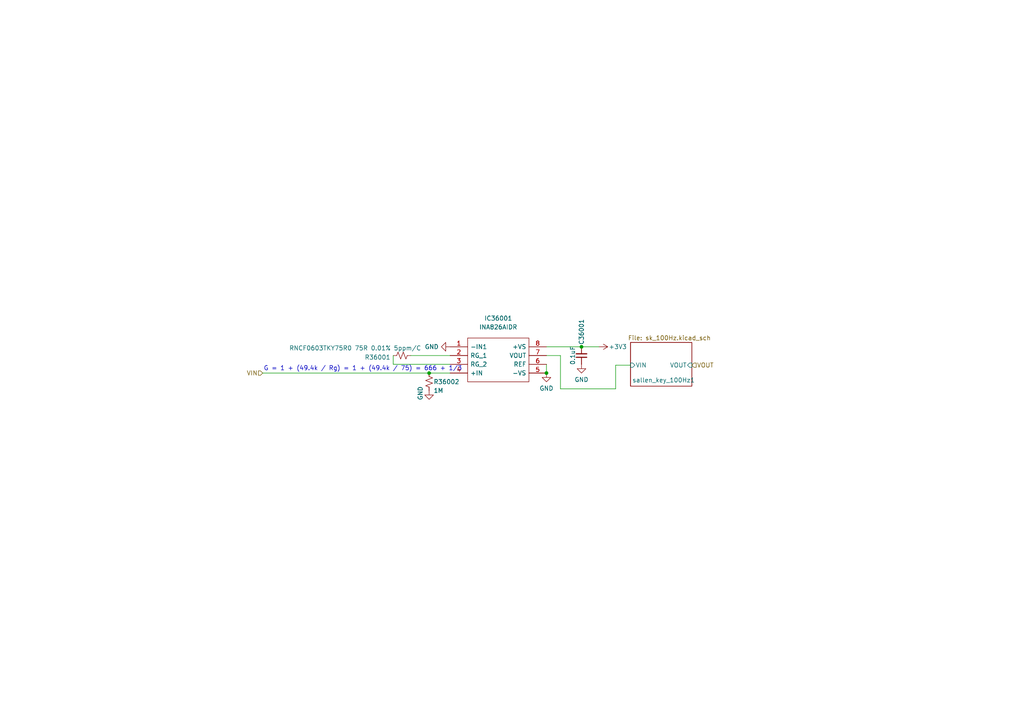
<source format=kicad_sch>
(kicad_sch (version 20231120) (generator "eeschema") (generator_version "8.0")
  (paper "A4")
  (lib_symbols
    (symbol "Device:C_Small" (pin_numbers hide) (pin_names (offset 0.254) hide)
      (property "Reference" "C" (at 0.254 1.778 0))
      (property "Value" "C_Small" (at 0.254 -2.032 0))
      (symbol "C_Small_0_1"
        (polyline (pts (xy -1.524 -0.508) (xy 1.524 -0.508)) (stroke (width 0.3302)))
        (polyline (pts (xy -1.524 0.508) (xy 1.524 0.508)) (stroke (width 0.3048)))
      )
      (symbol "C_Small_1_1"
        (pin passive line (at 0 2.54 270) (length 2.032) (name "~") (number "1"))
        (pin passive line (at 0 -2.54 90) (length 2.032) (name "~") (number "2"))
      )
    )
    (symbol "Device:R_Small_US" (pin_numbers hide) (pin_names (offset 0.254) hide)
      (property "Reference" "R" (at 0.762 0.508 0))
      (property "Value" "R_Small_US" (at 0.762 -1.016 0))
      (symbol "R_Small_US_1_1"
        (polyline (pts (xy 0 0) (xy 1.016 -0.381) (xy 0 -0.762) (xy -1.016 -1.143) (xy 0 -1.524)))
        (polyline (pts (xy 0 1.524) (xy 1.016 1.143) (xy 0 0.762) (xy -1.016 0.381) (xy 0 0)))
        (pin passive line (at 0 2.54 270) (length 1.016) (name "~") (number "1"))
        (pin passive line (at 0 -2.54 90) (length 1.016) (name "~") (number "2"))
      )
    )
    (symbol "aaa:INA826AIDR" (pin_names (offset 0.762))
      (property "Reference" "IC" (at 24.13 7.62 0))
      (property "Value" "INA826AIDR" (at 24.13 5.08 0))
      (symbol "INA826AIDR_0_0"
        (pin passive line (at 0 0 0) (length 5.08) (name "-IN1") (number "1"))
        (pin passive line (at 0 -2.54 0) (length 5.08) (name "RG_1") (number "2"))
        (pin passive line (at 0 -5.08 0) (length 5.08) (name "RG_2") (number "3"))
        (pin passive line (at 0 -7.62 0) (length 5.08) (name "+IN") (number "4"))
        (pin passive line (at 27.94 -7.62 180) (length 5.08) (name "-VS") (number "5"))
        (pin passive line (at 27.94 -5.08 180) (length 5.08) (name "REF") (number "6"))
        (pin passive line (at 27.94 -2.54 180) (length 5.08) (name "VOUT") (number "7"))
        (pin passive line (at 27.94 0 180) (length 5.08) (name "+VS") (number "8"))
      )
      (symbol "INA826AIDR_0_1"
        (polyline (pts (xy 5.08 2.54) (xy 22.86 2.54) (xy 22.86 -10.16) (xy 5.08 -10.16) (xy 5.08 2.54)) (stroke (width 0.1524)))
      )
    )
    (symbol "power:+3V3" (power) (pin_numbers hide) (pin_names (offset 0) hide)
      (property "Value" "+3V3" (at 0 3.556 0))
      (symbol "+3V3_0_1"
        (polyline (pts (xy -0.762 1.27) (xy 0 2.54)))
        (polyline (pts (xy 0 0) (xy 0 2.54)))
        (polyline (pts (xy 0 2.54) (xy 0.762 1.27)))
      )
      (symbol "+3V3_1_1"
        (pin power_in line (at 0 0 90) (length 0) (name "~") (number "1"))
      )
    )
    (symbol "power:GND" (power) (pin_names (offset 0))
      (property "Value" "GND" (at 0 -3.81 0))
      (symbol "GND_0_1"
        (polyline (pts (xy 0 0) (xy 0 -1.27) (xy 1.27 -1.27) (xy 0 -2.54) (xy -1.27 -1.27) (xy 0 -1.27)))
      )
      (symbol "GND_1_1"
        (pin power_in line (at 0 0 270) (length 0) hide (name "GND") (number "1"))
      )
    )
  )
  (junction (at 124.46 108.204))
  (junction (at 168.656 100.584))
  (junction (at 158.496 108.204))
  (wire (pts (xy 158.496 105.664) (xy 158.496 108.204)))
  (wire (pts (xy 158.496 100.584) (xy 168.656 100.584)))
  (wire (pts (xy 168.656 100.584) (xy 173.736 100.584)))
  (wire (pts (xy 124.46 108.204) (xy 130.556 108.204)))
  (wire (pts (xy 114.046 105.664) (xy 130.556 105.664)))
  (wire (pts (xy 114.046 103.124) (xy 114.046 105.664)))
  (wire (pts (xy 178.562 105.918) (xy 178.562 112.776)))
  (wire (pts (xy 162.56 103.124) (xy 158.496 103.124)))
  (wire (pts (xy 182.88 105.918) (xy 178.562 105.918)))
  (wire (pts (xy 162.56 112.776) (xy 162.56 103.124)))
  (wire (pts (xy 162.56 112.776) (xy 178.562 112.776)))
  (wire (pts (xy 119.126 103.124) (xy 130.556 103.124)))
  (wire (pts (xy 124.46 108.204) (xy 76.2 108.204)))
  (text "G = 1 + (49.4k / Rg) = 1 + (49.4k / 75) = 666 + 1/3" (at 76.454 107.696 0) (effects (font (size 1.27 1.27)) (justify left bottom)))
  (hierarchical_label "VOUT" (shape input) (at 200.66 105.918 0))
  (hierarchical_label "VIN" (shape input) (at 76.2 108.204 180))
  (symbol (lib_id "power:GND") (at 158.496 108.204 0) (unit 1)
    (property "Reference" "#PWR209" (effects (hide yes)))
    (property "Value" "GND" (at 158.496 112.649 0))
    (instances (project "analog_i" (path "" (reference "#PWR209") (unit 1))) (project "analog_frontend_panel" (path "" (reference "#PWR32010") (unit 1))))
  )
  (symbol (lib_id "aaa:INA826AIDR") (at 130.556 100.584 0) (unit 1)
    (property "Reference" "IC36001" (at 144.526 92.329 0))
    (property "Value" "INA826AIDR" (at 144.526 94.869 0))
    (property "Footprint" "aaa:SOIC127P600X175-8N" (effects (hide yes)))
    (property "Datasheet" "http://www.ti.com/lit/gpn/ina826" (effects (hide yes)))
    (property "Description" "Precision, 200-uA Supply Current, 36-V Supply Instrumentation Amplifier" (effects (hide yes)))
    (property "Height" "1.75" (effects (hide yes)))
    (property "Manufacturer_Name" "Texas Instruments" (effects (hide yes)))
    (property "Manufacturer_Part_Number" "INA826AIDR" (effects (hide yes)))
    (property "Mouser Part Number" "595-INA826AIDR" (effects (hide yes)))
    (property "Mouser Price/Stock" "https://www.mouser.co.uk/ProductDetail/Texas-Instruments/INA826AIDR?qs=RqytGdBYyUFuQNJtlkA6aQ%3D%3D" (effects (hide yes)))
    (property "Arrow Part Number" "INA826AIDR" (effects (hide yes)))
    (property "Arrow Price/Stock" "https://www.arrow.com/en/products/ina826aidr/texas-instruments?region=nac" (effects (hide yes)))
    (property "LCSC" "C38433" (effects (hide yes)))
    (instances (project "analog_i" (path "" (reference "IC36001") (unit 1))) (project "analog_frontend_panel" (path "" (reference "IC32002") (unit 1))))
  )
  (symbol (lib_id "power:+3V3") (at 173.736 100.584 270) (unit 1)
    (property "Reference" "#PWR212" (effects (hide yes)))
    (property "Value" "+3V3" (at 176.53 100.584 90) (effects (justify left)))
    (property "Description" "Power symbol creates a global label with name \"+3V3\"" (effects (hide yes)))
    (instances (project "analog_i" (path "" (reference "#PWR212") (unit 1))) (project "analog_frontend_panel" (path "" (reference "#PWR32012") (unit 1))))
  )
  (symbol (lib_id "Device:R_Small_US") (at 116.586 103.124 270) (unit 1)
    (property "Reference" "R36001" (at 113.284 103.632 90) (effects (justify right)))
    (property "Value" "RNCF0603TKY75R0 75R 0.01% 5ppm/C" (at 122.174 100.965 90) (effects (justify right)))
    (property "Footprint" "Resistor_SMD:R_0603_1608Metric" (effects (hide yes)))
    (property "LCSC" "C2482496" (effects (hide yes)))
    (instances (project "analog_i" (path "" (reference "R36001") (unit 1))) (project "analog_frontend_panel" (path "" (reference "R32003") (unit 1))))
  )
  (symbol (lib_id "Device:R_Small_US") (at 124.46 110.744 0) (unit 1)
    (property "Reference" "R36002" (at 125.73 110.744 0) (effects (justify left)))
    (property "Value" "1M" (at 125.73 113.284 0) (effects (justify left)))
    (property "Footprint" "Resistor_SMD:R_0402_1005Metric" (effects (hide yes)))
    (instances (project "analog_i" (path "" (reference "R36002") (unit 1))) (project "analog_frontend_panel" (path "" (reference "R32004") (unit 1))))
  )
  (symbol (lib_id "power:GND") (at 124.46 113.284 0) (unit 1)
    (property "Reference" "#PWR210" (effects (hide yes)))
    (property "Value" "GND" (at 121.92 112.014 90) (effects (justify right)))
    (instances (project "analog_i" (path "" (reference "#PWR210") (unit 1))) (project "analog_frontend_panel" (path "" (reference "#PWR32008") (unit 1))))
  )
  (symbol (lib_id "power:GND") (at 130.556 100.584 270) (unit 1)
    (property "Reference" "#PWR211" (effects (hide yes)))
    (property "Value" "GND" (at 127.254 100.5839 90) (effects (justify right)))
    (instances (project "analog_i" (path "" (reference "#PWR211") (unit 1))) (project "analog_frontend_panel" (path "" (reference "#PWR32009") (unit 1))))
  )
  (symbol (lib_id "Device:C_Small") (at 168.656 103.124 180) (unit 1)
    (property "Reference" "C36001" (at 168.656 96.266 90))
    (property "Value" "0.1uF" (at 166.116 103.124 90))
    (property "Footprint" "Capacitor_SMD:C_0402_1005Metric" (effects (hide yes)))
    (instances (project "analog_i" (path "" (reference "C36001") (unit 1))) (project "analog_frontend_panel" (path "" (reference "C32005") (unit 1))))
  )
  (symbol (lib_id "power:GND") (at 168.656 105.664 0) (unit 1)
    (property "Reference" "#PWR213" (effects (hide yes)))
    (property "Value" "GND" (at 168.656 110.109 0))
    (instances (project "analog_i" (path "" (reference "#PWR213") (unit 1))) (project "analog_frontend_panel" (path "" (reference "#PWR32011") (unit 1))))
  )
  (sheet (at 182.88 99.314) (size 17.78 12.7) (stroke (width 0.1524))
    (property "Sheetname" "sallen_key_100Hz1" (at 183.388 110.998 0) (effects (justify left bottom)))
    (property "Sheetfile" "sk_100Hz.kicad_sch" (at 182.118 97.282 0) (effects (justify left top)))
    (pin "VIN" input (at 182.88 105.918 180))
    (pin "VOUT" input (at 200.66 105.918 0))
  )
)
</source>
